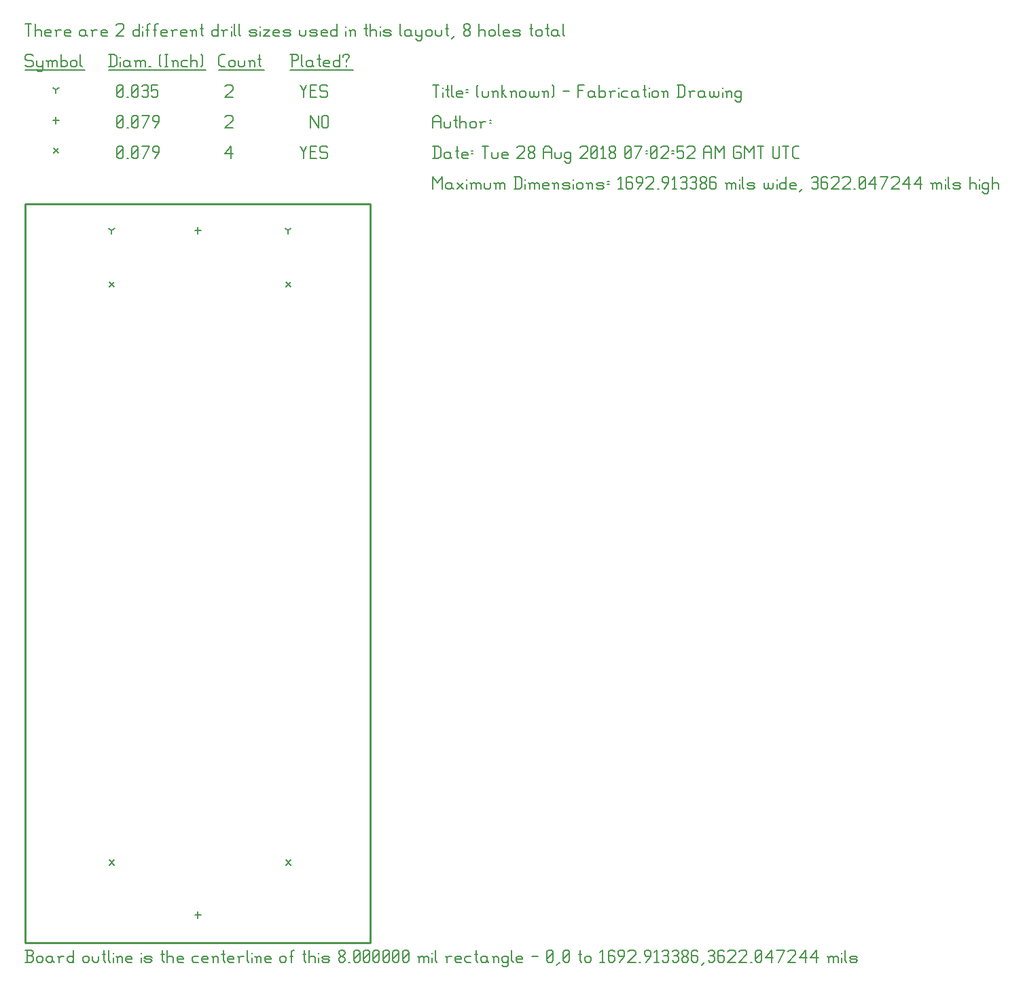
<source format=gbr>
G04 start of page 9 for group -3984 idx -3984 *
G04 Title: (unknown), fab *
G04 Creator: pcb 20140316 *
G04 CreationDate: Tue 28 Aug 2018 07:02:52 AM GMT UTC *
G04 For: cwispell *
G04 Format: Gerber/RS-274X *
G04 PCB-Dimensions (mil): 1692.91 3622.05 *
G04 PCB-Coordinate-Origin: lower left *
%MOIN*%
%FSLAX25Y25*%
%LNFAB*%
%ADD30C,0.0100*%
%ADD29C,0.0075*%
%ADD28C,0.0060*%
%ADD27C,0.0080*%
G54D27*X84646Y15380D02*Y12180D01*
X83046Y13780D02*X86246D01*
X84646Y351009D02*Y347809D01*
X83046Y349409D02*X86246D01*
X41123Y40570D02*X43523Y38170D01*
X41123D02*X43523Y40570D01*
X127737D02*X130137Y38170D01*
X127737D02*X130137Y40570D01*
X127737Y324035D02*X130137Y321635D01*
X127737D02*X130137Y324035D01*
X41123D02*X43523Y321635D01*
X41123D02*X43523Y324035D01*
X13800Y389655D02*X16200Y387255D01*
X13800D02*X16200Y389655D01*
G54D28*X135000Y390705D02*X136500Y387705D01*
X138000Y390705D01*
X136500Y387705D02*Y384705D01*
X139800Y388005D02*X142050D01*
X139800Y384705D02*X142800D01*
X139800Y390705D02*Y384705D01*
Y390705D02*X142800D01*
X147600D02*X148350Y389955D01*
X145350Y390705D02*X147600D01*
X144600Y389955D02*X145350Y390705D01*
X144600Y389955D02*Y388455D01*
X145350Y387705D01*
X147600D01*
X148350Y386955D01*
Y385455D01*
X147600Y384705D02*X148350Y385455D01*
X145350Y384705D02*X147600D01*
X144600Y385455D02*X145350Y384705D01*
X98000Y386955D02*X101000Y390705D01*
X98000Y386955D02*X101750D01*
X101000Y390705D02*Y384705D01*
X15000Y405055D02*Y401855D01*
X13400Y403455D02*X16600D01*
X140000Y405705D02*Y399705D01*
Y405705D02*X143750Y399705D01*
Y405705D02*Y399705D01*
X145550Y404955D02*Y400455D01*
Y404955D02*X146300Y405705D01*
X147800D01*
X148550Y404955D01*
Y400455D01*
X147800Y399705D02*X148550Y400455D01*
X146300Y399705D02*X147800D01*
X145550Y400455D02*X146300Y399705D01*
X98000Y404955D02*X98750Y405705D01*
X101000D01*
X101750Y404955D01*
Y403455D01*
X98000Y399705D02*X101750Y403455D01*
X98000Y399705D02*X101750D01*
X45000Y400455D02*X45750Y399705D01*
X45000Y404955D02*Y400455D01*
Y404955D02*X45750Y405705D01*
X47250D01*
X48000Y404955D01*
Y400455D01*
X47250Y399705D02*X48000Y400455D01*
X45750Y399705D02*X47250D01*
X45000Y401205D02*X48000Y404205D01*
X49800Y399705D02*X50550D01*
X52350Y400455D02*X53100Y399705D01*
X52350Y404955D02*Y400455D01*
Y404955D02*X53100Y405705D01*
X54600D01*
X55350Y404955D01*
Y400455D01*
X54600Y399705D02*X55350Y400455D01*
X53100Y399705D02*X54600D01*
X52350Y401205D02*X55350Y404205D01*
X57900Y399705D02*X60900Y405705D01*
X57150D02*X60900D01*
X63450Y399705D02*X65700Y402705D01*
Y404955D02*Y402705D01*
X64950Y405705D02*X65700Y404955D01*
X63450Y405705D02*X64950D01*
X62700Y404955D02*X63450Y405705D01*
X62700Y404955D02*Y403455D01*
X63450Y402705D01*
X65700D01*
X45000Y385455D02*X45750Y384705D01*
X45000Y389955D02*Y385455D01*
Y389955D02*X45750Y390705D01*
X47250D01*
X48000Y389955D01*
Y385455D01*
X47250Y384705D02*X48000Y385455D01*
X45750Y384705D02*X47250D01*
X45000Y386205D02*X48000Y389205D01*
X49800Y384705D02*X50550D01*
X52350Y385455D02*X53100Y384705D01*
X52350Y389955D02*Y385455D01*
Y389955D02*X53100Y390705D01*
X54600D01*
X55350Y389955D01*
Y385455D01*
X54600Y384705D02*X55350Y385455D01*
X53100Y384705D02*X54600D01*
X52350Y386205D02*X55350Y389205D01*
X57900Y384705D02*X60900Y390705D01*
X57150D02*X60900D01*
X63450Y384705D02*X65700Y387705D01*
Y389955D02*Y387705D01*
X64950Y390705D02*X65700Y389955D01*
X63450Y390705D02*X64950D01*
X62700Y389955D02*X63450Y390705D01*
X62700Y389955D02*Y388455D01*
X63450Y387705D01*
X65700D01*
X128937Y349409D02*Y347809D01*
Y349409D02*X130324Y350209D01*
X128937Y349409D02*X127550Y350209D01*
X42323Y349409D02*Y347809D01*
Y349409D02*X43710Y350209D01*
X42323Y349409D02*X40936Y350209D01*
X15000Y418455D02*Y416855D01*
Y418455D02*X16387Y419255D01*
X15000Y418455D02*X13613Y419255D01*
X135000Y420705D02*X136500Y417705D01*
X138000Y420705D01*
X136500Y417705D02*Y414705D01*
X139800Y418005D02*X142050D01*
X139800Y414705D02*X142800D01*
X139800Y420705D02*Y414705D01*
Y420705D02*X142800D01*
X147600D02*X148350Y419955D01*
X145350Y420705D02*X147600D01*
X144600Y419955D02*X145350Y420705D01*
X144600Y419955D02*Y418455D01*
X145350Y417705D01*
X147600D01*
X148350Y416955D01*
Y415455D01*
X147600Y414705D02*X148350Y415455D01*
X145350Y414705D02*X147600D01*
X144600Y415455D02*X145350Y414705D01*
X98000Y419955D02*X98750Y420705D01*
X101000D01*
X101750Y419955D01*
Y418455D01*
X98000Y414705D02*X101750Y418455D01*
X98000Y414705D02*X101750D01*
X45000Y415455D02*X45750Y414705D01*
X45000Y419955D02*Y415455D01*
Y419955D02*X45750Y420705D01*
X47250D01*
X48000Y419955D01*
Y415455D01*
X47250Y414705D02*X48000Y415455D01*
X45750Y414705D02*X47250D01*
X45000Y416205D02*X48000Y419205D01*
X49800Y414705D02*X50550D01*
X52350Y415455D02*X53100Y414705D01*
X52350Y419955D02*Y415455D01*
Y419955D02*X53100Y420705D01*
X54600D01*
X55350Y419955D01*
Y415455D01*
X54600Y414705D02*X55350Y415455D01*
X53100Y414705D02*X54600D01*
X52350Y416205D02*X55350Y419205D01*
X57150Y419955D02*X57900Y420705D01*
X59400D01*
X60150Y419955D01*
X59400Y414705D02*X60150Y415455D01*
X57900Y414705D02*X59400D01*
X57150Y415455D02*X57900Y414705D01*
Y418005D02*X59400D01*
X60150Y419955D02*Y418755D01*
Y417255D02*Y415455D01*
Y417255D02*X59400Y418005D01*
X60150Y418755D02*X59400Y418005D01*
X61950Y420705D02*X64950D01*
X61950D02*Y417705D01*
X62700Y418455D01*
X64200D01*
X64950Y417705D01*
Y415455D01*
X64200Y414705D02*X64950Y415455D01*
X62700Y414705D02*X64200D01*
X61950Y415455D02*X62700Y414705D01*
X3000Y435705D02*X3750Y434955D01*
X750Y435705D02*X3000D01*
X0Y434955D02*X750Y435705D01*
X0Y434955D02*Y433455D01*
X750Y432705D01*
X3000D01*
X3750Y431955D01*
Y430455D01*
X3000Y429705D02*X3750Y430455D01*
X750Y429705D02*X3000D01*
X0Y430455D02*X750Y429705D01*
X5550Y432705D02*Y430455D01*
X6300Y429705D01*
X8550Y432705D02*Y428205D01*
X7800Y427455D02*X8550Y428205D01*
X6300Y427455D02*X7800D01*
X5550Y428205D02*X6300Y427455D01*
Y429705D02*X7800D01*
X8550Y430455D01*
X11100Y431955D02*Y429705D01*
Y431955D02*X11850Y432705D01*
X12600D01*
X13350Y431955D01*
Y429705D01*
Y431955D02*X14100Y432705D01*
X14850D01*
X15600Y431955D01*
Y429705D01*
X10350Y432705D02*X11100Y431955D01*
X17400Y435705D02*Y429705D01*
Y430455D02*X18150Y429705D01*
X19650D01*
X20400Y430455D01*
Y431955D02*Y430455D01*
X19650Y432705D02*X20400Y431955D01*
X18150Y432705D02*X19650D01*
X17400Y431955D02*X18150Y432705D01*
X22200Y431955D02*Y430455D01*
Y431955D02*X22950Y432705D01*
X24450D01*
X25200Y431955D01*
Y430455D01*
X24450Y429705D02*X25200Y430455D01*
X22950Y429705D02*X24450D01*
X22200Y430455D02*X22950Y429705D01*
X27000Y435705D02*Y430455D01*
X27750Y429705D01*
X0Y427955D02*X29250D01*
X41750Y435705D02*Y429705D01*
X43700Y435705D02*X44750Y434655D01*
Y430755D01*
X43700Y429705D02*X44750Y430755D01*
X41000Y429705D02*X43700D01*
X41000Y435705D02*X43700D01*
G54D29*X46550Y434205D02*Y434055D01*
G54D28*Y431955D02*Y429705D01*
X50300Y432705D02*X51050Y431955D01*
X48800Y432705D02*X50300D01*
X48050Y431955D02*X48800Y432705D01*
X48050Y431955D02*Y430455D01*
X48800Y429705D01*
X51050Y432705D02*Y430455D01*
X51800Y429705D01*
X48800D02*X50300D01*
X51050Y430455D01*
X54350Y431955D02*Y429705D01*
Y431955D02*X55100Y432705D01*
X55850D01*
X56600Y431955D01*
Y429705D01*
Y431955D02*X57350Y432705D01*
X58100D01*
X58850Y431955D01*
Y429705D01*
X53600Y432705D02*X54350Y431955D01*
X60650Y429705D02*X61400D01*
X65900Y430455D02*X66650Y429705D01*
X65900Y434955D02*X66650Y435705D01*
X65900Y434955D02*Y430455D01*
X68450Y435705D02*X69950D01*
X69200D02*Y429705D01*
X68450D02*X69950D01*
X72500Y431955D02*Y429705D01*
Y431955D02*X73250Y432705D01*
X74000D01*
X74750Y431955D01*
Y429705D01*
X71750Y432705D02*X72500Y431955D01*
X77300Y432705D02*X79550D01*
X76550Y431955D02*X77300Y432705D01*
X76550Y431955D02*Y430455D01*
X77300Y429705D01*
X79550D01*
X81350Y435705D02*Y429705D01*
Y431955D02*X82100Y432705D01*
X83600D01*
X84350Y431955D01*
Y429705D01*
X86150Y435705D02*X86900Y434955D01*
Y430455D01*
X86150Y429705D02*X86900Y430455D01*
X41000Y427955D02*X88700D01*
X96050Y429705D02*X98000D01*
X95000Y430755D02*X96050Y429705D01*
X95000Y434655D02*Y430755D01*
Y434655D02*X96050Y435705D01*
X98000D01*
X99800Y431955D02*Y430455D01*
Y431955D02*X100550Y432705D01*
X102050D01*
X102800Y431955D01*
Y430455D01*
X102050Y429705D02*X102800Y430455D01*
X100550Y429705D02*X102050D01*
X99800Y430455D02*X100550Y429705D01*
X104600Y432705D02*Y430455D01*
X105350Y429705D01*
X106850D01*
X107600Y430455D01*
Y432705D02*Y430455D01*
X110150Y431955D02*Y429705D01*
Y431955D02*X110900Y432705D01*
X111650D01*
X112400Y431955D01*
Y429705D01*
X109400Y432705D02*X110150Y431955D01*
X114950Y435705D02*Y430455D01*
X115700Y429705D01*
X114200Y433455D02*X115700D01*
X95000Y427955D02*X117200D01*
X130750Y435705D02*Y429705D01*
X130000Y435705D02*X133000D01*
X133750Y434955D01*
Y433455D01*
X133000Y432705D02*X133750Y433455D01*
X130750Y432705D02*X133000D01*
X135550Y435705D02*Y430455D01*
X136300Y429705D01*
X140050Y432705D02*X140800Y431955D01*
X138550Y432705D02*X140050D01*
X137800Y431955D02*X138550Y432705D01*
X137800Y431955D02*Y430455D01*
X138550Y429705D01*
X140800Y432705D02*Y430455D01*
X141550Y429705D01*
X138550D02*X140050D01*
X140800Y430455D01*
X144100Y435705D02*Y430455D01*
X144850Y429705D01*
X143350Y433455D02*X144850D01*
X147100Y429705D02*X149350D01*
X146350Y430455D02*X147100Y429705D01*
X146350Y431955D02*Y430455D01*
Y431955D02*X147100Y432705D01*
X148600D01*
X149350Y431955D01*
X146350Y431205D02*X149350D01*
Y431955D02*Y431205D01*
X154150Y435705D02*Y429705D01*
X153400D02*X154150Y430455D01*
X151900Y429705D02*X153400D01*
X151150Y430455D02*X151900Y429705D01*
X151150Y431955D02*Y430455D01*
Y431955D02*X151900Y432705D01*
X153400D01*
X154150Y431955D01*
X157450Y432705D02*Y431955D01*
Y430455D02*Y429705D01*
X155950Y434955D02*Y434205D01*
Y434955D02*X156700Y435705D01*
X158200D01*
X158950Y434955D01*
Y434205D01*
X157450Y432705D02*X158950Y434205D01*
X130000Y427955D02*X160750D01*
X0Y450705D02*X3000D01*
X1500D02*Y444705D01*
X4800Y450705D02*Y444705D01*
Y446955D02*X5550Y447705D01*
X7050D01*
X7800Y446955D01*
Y444705D01*
X10350D02*X12600D01*
X9600Y445455D02*X10350Y444705D01*
X9600Y446955D02*Y445455D01*
Y446955D02*X10350Y447705D01*
X11850D01*
X12600Y446955D01*
X9600Y446205D02*X12600D01*
Y446955D02*Y446205D01*
X15150Y446955D02*Y444705D01*
Y446955D02*X15900Y447705D01*
X17400D01*
X14400D02*X15150Y446955D01*
X19950Y444705D02*X22200D01*
X19200Y445455D02*X19950Y444705D01*
X19200Y446955D02*Y445455D01*
Y446955D02*X19950Y447705D01*
X21450D01*
X22200Y446955D01*
X19200Y446205D02*X22200D01*
Y446955D02*Y446205D01*
X28950Y447705D02*X29700Y446955D01*
X27450Y447705D02*X28950D01*
X26700Y446955D02*X27450Y447705D01*
X26700Y446955D02*Y445455D01*
X27450Y444705D01*
X29700Y447705D02*Y445455D01*
X30450Y444705D01*
X27450D02*X28950D01*
X29700Y445455D01*
X33000Y446955D02*Y444705D01*
Y446955D02*X33750Y447705D01*
X35250D01*
X32250D02*X33000Y446955D01*
X37800Y444705D02*X40050D01*
X37050Y445455D02*X37800Y444705D01*
X37050Y446955D02*Y445455D01*
Y446955D02*X37800Y447705D01*
X39300D01*
X40050Y446955D01*
X37050Y446205D02*X40050D01*
Y446955D02*Y446205D01*
X44550Y449955D02*X45300Y450705D01*
X47550D01*
X48300Y449955D01*
Y448455D01*
X44550Y444705D02*X48300Y448455D01*
X44550Y444705D02*X48300D01*
X55800Y450705D02*Y444705D01*
X55050D02*X55800Y445455D01*
X53550Y444705D02*X55050D01*
X52800Y445455D02*X53550Y444705D01*
X52800Y446955D02*Y445455D01*
Y446955D02*X53550Y447705D01*
X55050D01*
X55800Y446955D01*
G54D29*X57600Y449205D02*Y449055D01*
G54D28*Y446955D02*Y444705D01*
X59850Y449955D02*Y444705D01*
Y449955D02*X60600Y450705D01*
X61350D01*
X59100Y447705D02*X60600D01*
X63600Y449955D02*Y444705D01*
Y449955D02*X64350Y450705D01*
X65100D01*
X62850Y447705D02*X64350D01*
X67350Y444705D02*X69600D01*
X66600Y445455D02*X67350Y444705D01*
X66600Y446955D02*Y445455D01*
Y446955D02*X67350Y447705D01*
X68850D01*
X69600Y446955D01*
X66600Y446205D02*X69600D01*
Y446955D02*Y446205D01*
X72150Y446955D02*Y444705D01*
Y446955D02*X72900Y447705D01*
X74400D01*
X71400D02*X72150Y446955D01*
X76950Y444705D02*X79200D01*
X76200Y445455D02*X76950Y444705D01*
X76200Y446955D02*Y445455D01*
Y446955D02*X76950Y447705D01*
X78450D01*
X79200Y446955D01*
X76200Y446205D02*X79200D01*
Y446955D02*Y446205D01*
X81750Y446955D02*Y444705D01*
Y446955D02*X82500Y447705D01*
X83250D01*
X84000Y446955D01*
Y444705D01*
X81000Y447705D02*X81750Y446955D01*
X86550Y450705D02*Y445455D01*
X87300Y444705D01*
X85800Y448455D02*X87300D01*
X94500Y450705D02*Y444705D01*
X93750D02*X94500Y445455D01*
X92250Y444705D02*X93750D01*
X91500Y445455D02*X92250Y444705D01*
X91500Y446955D02*Y445455D01*
Y446955D02*X92250Y447705D01*
X93750D01*
X94500Y446955D01*
X97050D02*Y444705D01*
Y446955D02*X97800Y447705D01*
X99300D01*
X96300D02*X97050Y446955D01*
G54D29*X101100Y449205D02*Y449055D01*
G54D28*Y446955D02*Y444705D01*
X102600Y450705D02*Y445455D01*
X103350Y444705D01*
X104850Y450705D02*Y445455D01*
X105600Y444705D01*
X110550D02*X112800D01*
X113550Y445455D01*
X112800Y446205D02*X113550Y445455D01*
X110550Y446205D02*X112800D01*
X109800Y446955D02*X110550Y446205D01*
X109800Y446955D02*X110550Y447705D01*
X112800D01*
X113550Y446955D01*
X109800Y445455D02*X110550Y444705D01*
G54D29*X115350Y449205D02*Y449055D01*
G54D28*Y446955D02*Y444705D01*
X116850Y447705D02*X119850D01*
X116850Y444705D02*X119850Y447705D01*
X116850Y444705D02*X119850D01*
X122400D02*X124650D01*
X121650Y445455D02*X122400Y444705D01*
X121650Y446955D02*Y445455D01*
Y446955D02*X122400Y447705D01*
X123900D01*
X124650Y446955D01*
X121650Y446205D02*X124650D01*
Y446955D02*Y446205D01*
X127200Y444705D02*X129450D01*
X130200Y445455D01*
X129450Y446205D02*X130200Y445455D01*
X127200Y446205D02*X129450D01*
X126450Y446955D02*X127200Y446205D01*
X126450Y446955D02*X127200Y447705D01*
X129450D01*
X130200Y446955D01*
X126450Y445455D02*X127200Y444705D01*
X134700Y447705D02*Y445455D01*
X135450Y444705D01*
X136950D01*
X137700Y445455D01*
Y447705D02*Y445455D01*
X140250Y444705D02*X142500D01*
X143250Y445455D01*
X142500Y446205D02*X143250Y445455D01*
X140250Y446205D02*X142500D01*
X139500Y446955D02*X140250Y446205D01*
X139500Y446955D02*X140250Y447705D01*
X142500D01*
X143250Y446955D01*
X139500Y445455D02*X140250Y444705D01*
X145800D02*X148050D01*
X145050Y445455D02*X145800Y444705D01*
X145050Y446955D02*Y445455D01*
Y446955D02*X145800Y447705D01*
X147300D01*
X148050Y446955D01*
X145050Y446205D02*X148050D01*
Y446955D02*Y446205D01*
X152850Y450705D02*Y444705D01*
X152100D02*X152850Y445455D01*
X150600Y444705D02*X152100D01*
X149850Y445455D02*X150600Y444705D01*
X149850Y446955D02*Y445455D01*
Y446955D02*X150600Y447705D01*
X152100D01*
X152850Y446955D01*
G54D29*X157350Y449205D02*Y449055D01*
G54D28*Y446955D02*Y444705D01*
X159600Y446955D02*Y444705D01*
Y446955D02*X160350Y447705D01*
X161100D01*
X161850Y446955D01*
Y444705D01*
X158850Y447705D02*X159600Y446955D01*
X167100Y450705D02*Y445455D01*
X167850Y444705D01*
X166350Y448455D02*X167850D01*
X169350Y450705D02*Y444705D01*
Y446955D02*X170100Y447705D01*
X171600D01*
X172350Y446955D01*
Y444705D01*
G54D29*X174150Y449205D02*Y449055D01*
G54D28*Y446955D02*Y444705D01*
X176400D02*X178650D01*
X179400Y445455D01*
X178650Y446205D02*X179400Y445455D01*
X176400Y446205D02*X178650D01*
X175650Y446955D02*X176400Y446205D01*
X175650Y446955D02*X176400Y447705D01*
X178650D01*
X179400Y446955D01*
X175650Y445455D02*X176400Y444705D01*
X183900Y450705D02*Y445455D01*
X184650Y444705D01*
X188400Y447705D02*X189150Y446955D01*
X186900Y447705D02*X188400D01*
X186150Y446955D02*X186900Y447705D01*
X186150Y446955D02*Y445455D01*
X186900Y444705D01*
X189150Y447705D02*Y445455D01*
X189900Y444705D01*
X186900D02*X188400D01*
X189150Y445455D01*
X191700Y447705D02*Y445455D01*
X192450Y444705D01*
X194700Y447705D02*Y443205D01*
X193950Y442455D02*X194700Y443205D01*
X192450Y442455D02*X193950D01*
X191700Y443205D02*X192450Y442455D01*
Y444705D02*X193950D01*
X194700Y445455D01*
X196500Y446955D02*Y445455D01*
Y446955D02*X197250Y447705D01*
X198750D01*
X199500Y446955D01*
Y445455D01*
X198750Y444705D02*X199500Y445455D01*
X197250Y444705D02*X198750D01*
X196500Y445455D02*X197250Y444705D01*
X201300Y447705D02*Y445455D01*
X202050Y444705D01*
X203550D01*
X204300Y445455D01*
Y447705D02*Y445455D01*
X206850Y450705D02*Y445455D01*
X207600Y444705D01*
X206100Y448455D02*X207600D01*
X209100Y443205D02*X210600Y444705D01*
X215100Y445455D02*X215850Y444705D01*
X215100Y446655D02*Y445455D01*
Y446655D02*X216150Y447705D01*
X217050D01*
X218100Y446655D01*
Y445455D01*
X217350Y444705D02*X218100Y445455D01*
X215850Y444705D02*X217350D01*
X215100Y448755D02*X216150Y447705D01*
X215100Y449955D02*Y448755D01*
Y449955D02*X215850Y450705D01*
X217350D01*
X218100Y449955D01*
Y448755D01*
X217050Y447705D02*X218100Y448755D01*
X222600Y450705D02*Y444705D01*
Y446955D02*X223350Y447705D01*
X224850D01*
X225600Y446955D01*
Y444705D01*
X227400Y446955D02*Y445455D01*
Y446955D02*X228150Y447705D01*
X229650D01*
X230400Y446955D01*
Y445455D01*
X229650Y444705D02*X230400Y445455D01*
X228150Y444705D02*X229650D01*
X227400Y445455D02*X228150Y444705D01*
X232200Y450705D02*Y445455D01*
X232950Y444705D01*
X235200D02*X237450D01*
X234450Y445455D02*X235200Y444705D01*
X234450Y446955D02*Y445455D01*
Y446955D02*X235200Y447705D01*
X236700D01*
X237450Y446955D01*
X234450Y446205D02*X237450D01*
Y446955D02*Y446205D01*
X240000Y444705D02*X242250D01*
X243000Y445455D01*
X242250Y446205D02*X243000Y445455D01*
X240000Y446205D02*X242250D01*
X239250Y446955D02*X240000Y446205D01*
X239250Y446955D02*X240000Y447705D01*
X242250D01*
X243000Y446955D01*
X239250Y445455D02*X240000Y444705D01*
X248250Y450705D02*Y445455D01*
X249000Y444705D01*
X247500Y448455D02*X249000D01*
X250500Y446955D02*Y445455D01*
Y446955D02*X251250Y447705D01*
X252750D01*
X253500Y446955D01*
Y445455D01*
X252750Y444705D02*X253500Y445455D01*
X251250Y444705D02*X252750D01*
X250500Y445455D02*X251250Y444705D01*
X256050Y450705D02*Y445455D01*
X256800Y444705D01*
X255300Y448455D02*X256800D01*
X260550Y447705D02*X261300Y446955D01*
X259050Y447705D02*X260550D01*
X258300Y446955D02*X259050Y447705D01*
X258300Y446955D02*Y445455D01*
X259050Y444705D01*
X261300Y447705D02*Y445455D01*
X262050Y444705D01*
X259050D02*X260550D01*
X261300Y445455D01*
X263850Y450705D02*Y445455D01*
X264600Y444705D01*
G54D30*X0Y362205D02*X169291D01*
X0D02*Y0D01*
X169291Y362205D02*Y0D01*
X0D02*X169291D01*
G54D28*X200000Y375705D02*Y369705D01*
Y375705D02*X202250Y372705D01*
X204500Y375705D01*
Y369705D01*
X208550Y372705D02*X209300Y371955D01*
X207050Y372705D02*X208550D01*
X206300Y371955D02*X207050Y372705D01*
X206300Y371955D02*Y370455D01*
X207050Y369705D01*
X209300Y372705D02*Y370455D01*
X210050Y369705D01*
X207050D02*X208550D01*
X209300Y370455D01*
X211850Y372705D02*X214850Y369705D01*
X211850D02*X214850Y372705D01*
G54D29*X216650Y374205D02*Y374055D01*
G54D28*Y371955D02*Y369705D01*
X218900Y371955D02*Y369705D01*
Y371955D02*X219650Y372705D01*
X220400D01*
X221150Y371955D01*
Y369705D01*
Y371955D02*X221900Y372705D01*
X222650D01*
X223400Y371955D01*
Y369705D01*
X218150Y372705D02*X218900Y371955D01*
X225200Y372705D02*Y370455D01*
X225950Y369705D01*
X227450D01*
X228200Y370455D01*
Y372705D02*Y370455D01*
X230750Y371955D02*Y369705D01*
Y371955D02*X231500Y372705D01*
X232250D01*
X233000Y371955D01*
Y369705D01*
Y371955D02*X233750Y372705D01*
X234500D01*
X235250Y371955D01*
Y369705D01*
X230000Y372705D02*X230750Y371955D01*
X240500Y375705D02*Y369705D01*
X242450Y375705D02*X243500Y374655D01*
Y370755D01*
X242450Y369705D02*X243500Y370755D01*
X239750Y369705D02*X242450D01*
X239750Y375705D02*X242450D01*
G54D29*X245300Y374205D02*Y374055D01*
G54D28*Y371955D02*Y369705D01*
X247550Y371955D02*Y369705D01*
Y371955D02*X248300Y372705D01*
X249050D01*
X249800Y371955D01*
Y369705D01*
Y371955D02*X250550Y372705D01*
X251300D01*
X252050Y371955D01*
Y369705D01*
X246800Y372705D02*X247550Y371955D01*
X254600Y369705D02*X256850D01*
X253850Y370455D02*X254600Y369705D01*
X253850Y371955D02*Y370455D01*
Y371955D02*X254600Y372705D01*
X256100D01*
X256850Y371955D01*
X253850Y371205D02*X256850D01*
Y371955D02*Y371205D01*
X259400Y371955D02*Y369705D01*
Y371955D02*X260150Y372705D01*
X260900D01*
X261650Y371955D01*
Y369705D01*
X258650Y372705D02*X259400Y371955D01*
X264200Y369705D02*X266450D01*
X267200Y370455D01*
X266450Y371205D02*X267200Y370455D01*
X264200Y371205D02*X266450D01*
X263450Y371955D02*X264200Y371205D01*
X263450Y371955D02*X264200Y372705D01*
X266450D01*
X267200Y371955D01*
X263450Y370455D02*X264200Y369705D01*
G54D29*X269000Y374205D02*Y374055D01*
G54D28*Y371955D02*Y369705D01*
X270500Y371955D02*Y370455D01*
Y371955D02*X271250Y372705D01*
X272750D01*
X273500Y371955D01*
Y370455D01*
X272750Y369705D02*X273500Y370455D01*
X271250Y369705D02*X272750D01*
X270500Y370455D02*X271250Y369705D01*
X276050Y371955D02*Y369705D01*
Y371955D02*X276800Y372705D01*
X277550D01*
X278300Y371955D01*
Y369705D01*
X275300Y372705D02*X276050Y371955D01*
X280850Y369705D02*X283100D01*
X283850Y370455D01*
X283100Y371205D02*X283850Y370455D01*
X280850Y371205D02*X283100D01*
X280100Y371955D02*X280850Y371205D01*
X280100Y371955D02*X280850Y372705D01*
X283100D01*
X283850Y371955D01*
X280100Y370455D02*X280850Y369705D01*
X285650Y373455D02*X286400D01*
X285650Y371955D02*X286400D01*
X290900Y374505D02*X292100Y375705D01*
Y369705D01*
X290900D02*X293150D01*
X297200Y375705D02*X297950Y374955D01*
X295700Y375705D02*X297200D01*
X294950Y374955D02*X295700Y375705D01*
X294950Y374955D02*Y370455D01*
X295700Y369705D01*
X297200Y373005D02*X297950Y372255D01*
X294950Y373005D02*X297200D01*
X295700Y369705D02*X297200D01*
X297950Y370455D01*
Y372255D02*Y370455D01*
X300500Y369705D02*X302750Y372705D01*
Y374955D02*Y372705D01*
X302000Y375705D02*X302750Y374955D01*
X300500Y375705D02*X302000D01*
X299750Y374955D02*X300500Y375705D01*
X299750Y374955D02*Y373455D01*
X300500Y372705D01*
X302750D01*
X304550Y374955D02*X305300Y375705D01*
X307550D01*
X308300Y374955D01*
Y373455D01*
X304550Y369705D02*X308300Y373455D01*
X304550Y369705D02*X308300D01*
X310100D02*X310850D01*
X313400D02*X315650Y372705D01*
Y374955D02*Y372705D01*
X314900Y375705D02*X315650Y374955D01*
X313400Y375705D02*X314900D01*
X312650Y374955D02*X313400Y375705D01*
X312650Y374955D02*Y373455D01*
X313400Y372705D01*
X315650D01*
X317450Y374505D02*X318650Y375705D01*
Y369705D01*
X317450D02*X319700D01*
X321500Y374955D02*X322250Y375705D01*
X323750D01*
X324500Y374955D01*
X323750Y369705D02*X324500Y370455D01*
X322250Y369705D02*X323750D01*
X321500Y370455D02*X322250Y369705D01*
Y373005D02*X323750D01*
X324500Y374955D02*Y373755D01*
Y372255D02*Y370455D01*
Y372255D02*X323750Y373005D01*
X324500Y373755D02*X323750Y373005D01*
X326300Y374955D02*X327050Y375705D01*
X328550D01*
X329300Y374955D01*
X328550Y369705D02*X329300Y370455D01*
X327050Y369705D02*X328550D01*
X326300Y370455D02*X327050Y369705D01*
Y373005D02*X328550D01*
X329300Y374955D02*Y373755D01*
Y372255D02*Y370455D01*
Y372255D02*X328550Y373005D01*
X329300Y373755D02*X328550Y373005D01*
X331100Y370455D02*X331850Y369705D01*
X331100Y371655D02*Y370455D01*
Y371655D02*X332150Y372705D01*
X333050D01*
X334100Y371655D01*
Y370455D01*
X333350Y369705D02*X334100Y370455D01*
X331850Y369705D02*X333350D01*
X331100Y373755D02*X332150Y372705D01*
X331100Y374955D02*Y373755D01*
Y374955D02*X331850Y375705D01*
X333350D01*
X334100Y374955D01*
Y373755D01*
X333050Y372705D02*X334100Y373755D01*
X338150Y375705D02*X338900Y374955D01*
X336650Y375705D02*X338150D01*
X335900Y374955D02*X336650Y375705D01*
X335900Y374955D02*Y370455D01*
X336650Y369705D01*
X338150Y373005D02*X338900Y372255D01*
X335900Y373005D02*X338150D01*
X336650Y369705D02*X338150D01*
X338900Y370455D01*
Y372255D02*Y370455D01*
X344150Y371955D02*Y369705D01*
Y371955D02*X344900Y372705D01*
X345650D01*
X346400Y371955D01*
Y369705D01*
Y371955D02*X347150Y372705D01*
X347900D01*
X348650Y371955D01*
Y369705D01*
X343400Y372705D02*X344150Y371955D01*
G54D29*X350450Y374205D02*Y374055D01*
G54D28*Y371955D02*Y369705D01*
X351950Y375705D02*Y370455D01*
X352700Y369705D01*
X354950D02*X357200D01*
X357950Y370455D01*
X357200Y371205D02*X357950Y370455D01*
X354950Y371205D02*X357200D01*
X354200Y371955D02*X354950Y371205D01*
X354200Y371955D02*X354950Y372705D01*
X357200D01*
X357950Y371955D01*
X354200Y370455D02*X354950Y369705D01*
X362450Y372705D02*Y370455D01*
X363200Y369705D01*
X363950D01*
X364700Y370455D01*
Y372705D02*Y370455D01*
X365450Y369705D01*
X366200D01*
X366950Y370455D01*
Y372705D02*Y370455D01*
G54D29*X368750Y374205D02*Y374055D01*
G54D28*Y371955D02*Y369705D01*
X373250Y375705D02*Y369705D01*
X372500D02*X373250Y370455D01*
X371000Y369705D02*X372500D01*
X370250Y370455D02*X371000Y369705D01*
X370250Y371955D02*Y370455D01*
Y371955D02*X371000Y372705D01*
X372500D01*
X373250Y371955D01*
X375800Y369705D02*X378050D01*
X375050Y370455D02*X375800Y369705D01*
X375050Y371955D02*Y370455D01*
Y371955D02*X375800Y372705D01*
X377300D01*
X378050Y371955D01*
X375050Y371205D02*X378050D01*
Y371955D02*Y371205D01*
X379850Y368205D02*X381350Y369705D01*
X385850Y374955D02*X386600Y375705D01*
X388100D01*
X388850Y374955D01*
X388100Y369705D02*X388850Y370455D01*
X386600Y369705D02*X388100D01*
X385850Y370455D02*X386600Y369705D01*
Y373005D02*X388100D01*
X388850Y374955D02*Y373755D01*
Y372255D02*Y370455D01*
Y372255D02*X388100Y373005D01*
X388850Y373755D02*X388100Y373005D01*
X392900Y375705D02*X393650Y374955D01*
X391400Y375705D02*X392900D01*
X390650Y374955D02*X391400Y375705D01*
X390650Y374955D02*Y370455D01*
X391400Y369705D01*
X392900Y373005D02*X393650Y372255D01*
X390650Y373005D02*X392900D01*
X391400Y369705D02*X392900D01*
X393650Y370455D01*
Y372255D02*Y370455D01*
X395450Y374955D02*X396200Y375705D01*
X398450D01*
X399200Y374955D01*
Y373455D01*
X395450Y369705D02*X399200Y373455D01*
X395450Y369705D02*X399200D01*
X401000Y374955D02*X401750Y375705D01*
X404000D01*
X404750Y374955D01*
Y373455D01*
X401000Y369705D02*X404750Y373455D01*
X401000Y369705D02*X404750D01*
X406550D02*X407300D01*
X409100Y370455D02*X409850Y369705D01*
X409100Y374955D02*Y370455D01*
Y374955D02*X409850Y375705D01*
X411350D01*
X412100Y374955D01*
Y370455D01*
X411350Y369705D02*X412100Y370455D01*
X409850Y369705D02*X411350D01*
X409100Y371205D02*X412100Y374205D01*
X413900Y371955D02*X416900Y375705D01*
X413900Y371955D02*X417650D01*
X416900Y375705D02*Y369705D01*
X420200D02*X423200Y375705D01*
X419450D02*X423200D01*
X425000Y374955D02*X425750Y375705D01*
X428000D01*
X428750Y374955D01*
Y373455D01*
X425000Y369705D02*X428750Y373455D01*
X425000Y369705D02*X428750D01*
X430550Y371955D02*X433550Y375705D01*
X430550Y371955D02*X434300D01*
X433550Y375705D02*Y369705D01*
X436100Y371955D02*X439100Y375705D01*
X436100Y371955D02*X439850D01*
X439100Y375705D02*Y369705D01*
X445100Y371955D02*Y369705D01*
Y371955D02*X445850Y372705D01*
X446600D01*
X447350Y371955D01*
Y369705D01*
Y371955D02*X448100Y372705D01*
X448850D01*
X449600Y371955D01*
Y369705D01*
X444350Y372705D02*X445100Y371955D01*
G54D29*X451400Y374205D02*Y374055D01*
G54D28*Y371955D02*Y369705D01*
X452900Y375705D02*Y370455D01*
X453650Y369705D01*
X455900D02*X458150D01*
X458900Y370455D01*
X458150Y371205D02*X458900Y370455D01*
X455900Y371205D02*X458150D01*
X455150Y371955D02*X455900Y371205D01*
X455150Y371955D02*X455900Y372705D01*
X458150D01*
X458900Y371955D01*
X455150Y370455D02*X455900Y369705D01*
X463400Y375705D02*Y369705D01*
Y371955D02*X464150Y372705D01*
X465650D01*
X466400Y371955D01*
Y369705D01*
G54D29*X468200Y374205D02*Y374055D01*
G54D28*Y371955D02*Y369705D01*
X471950Y372705D02*X472700Y371955D01*
X470450Y372705D02*X471950D01*
X469700Y371955D02*X470450Y372705D01*
X469700Y371955D02*Y370455D01*
X470450Y369705D01*
X471950D01*
X472700Y370455D01*
X469700Y368205D02*X470450Y367455D01*
X471950D01*
X472700Y368205D01*
Y372705D02*Y368205D01*
X474500Y375705D02*Y369705D01*
Y371955D02*X475250Y372705D01*
X476750D01*
X477500Y371955D01*
Y369705D01*
X0Y-9500D02*X3000D01*
X3750Y-8750D01*
Y-6950D02*Y-8750D01*
X3000Y-6200D02*X3750Y-6950D01*
X750Y-6200D02*X3000D01*
X750Y-3500D02*Y-9500D01*
X0Y-3500D02*X3000D01*
X3750Y-4250D01*
Y-5450D01*
X3000Y-6200D02*X3750Y-5450D01*
X5550Y-7250D02*Y-8750D01*
Y-7250D02*X6300Y-6500D01*
X7800D01*
X8550Y-7250D01*
Y-8750D01*
X7800Y-9500D02*X8550Y-8750D01*
X6300Y-9500D02*X7800D01*
X5550Y-8750D02*X6300Y-9500D01*
X12600Y-6500D02*X13350Y-7250D01*
X11100Y-6500D02*X12600D01*
X10350Y-7250D02*X11100Y-6500D01*
X10350Y-7250D02*Y-8750D01*
X11100Y-9500D01*
X13350Y-6500D02*Y-8750D01*
X14100Y-9500D01*
X11100D02*X12600D01*
X13350Y-8750D01*
X16650Y-7250D02*Y-9500D01*
Y-7250D02*X17400Y-6500D01*
X18900D01*
X15900D02*X16650Y-7250D01*
X23700Y-3500D02*Y-9500D01*
X22950D02*X23700Y-8750D01*
X21450Y-9500D02*X22950D01*
X20700Y-8750D02*X21450Y-9500D01*
X20700Y-7250D02*Y-8750D01*
Y-7250D02*X21450Y-6500D01*
X22950D01*
X23700Y-7250D01*
X28200D02*Y-8750D01*
Y-7250D02*X28950Y-6500D01*
X30450D01*
X31200Y-7250D01*
Y-8750D01*
X30450Y-9500D02*X31200Y-8750D01*
X28950Y-9500D02*X30450D01*
X28200Y-8750D02*X28950Y-9500D01*
X33000Y-6500D02*Y-8750D01*
X33750Y-9500D01*
X35250D01*
X36000Y-8750D01*
Y-6500D02*Y-8750D01*
X38550Y-3500D02*Y-8750D01*
X39300Y-9500D01*
X37800Y-5750D02*X39300D01*
X40800Y-3500D02*Y-8750D01*
X41550Y-9500D01*
G54D29*X43050Y-5000D02*Y-5150D01*
G54D28*Y-7250D02*Y-9500D01*
X45300Y-7250D02*Y-9500D01*
Y-7250D02*X46050Y-6500D01*
X46800D01*
X47550Y-7250D01*
Y-9500D01*
X44550Y-6500D02*X45300Y-7250D01*
X50100Y-9500D02*X52350D01*
X49350Y-8750D02*X50100Y-9500D01*
X49350Y-7250D02*Y-8750D01*
Y-7250D02*X50100Y-6500D01*
X51600D01*
X52350Y-7250D01*
X49350Y-8000D02*X52350D01*
Y-7250D02*Y-8000D01*
G54D29*X56850Y-5000D02*Y-5150D01*
G54D28*Y-7250D02*Y-9500D01*
X59100D02*X61350D01*
X62100Y-8750D01*
X61350Y-8000D02*X62100Y-8750D01*
X59100Y-8000D02*X61350D01*
X58350Y-7250D02*X59100Y-8000D01*
X58350Y-7250D02*X59100Y-6500D01*
X61350D01*
X62100Y-7250D01*
X58350Y-8750D02*X59100Y-9500D01*
X67350Y-3500D02*Y-8750D01*
X68100Y-9500D01*
X66600Y-5750D02*X68100D01*
X69600Y-3500D02*Y-9500D01*
Y-7250D02*X70350Y-6500D01*
X71850D01*
X72600Y-7250D01*
Y-9500D01*
X75150D02*X77400D01*
X74400Y-8750D02*X75150Y-9500D01*
X74400Y-7250D02*Y-8750D01*
Y-7250D02*X75150Y-6500D01*
X76650D01*
X77400Y-7250D01*
X74400Y-8000D02*X77400D01*
Y-7250D02*Y-8000D01*
X82650Y-6500D02*X84900D01*
X81900Y-7250D02*X82650Y-6500D01*
X81900Y-7250D02*Y-8750D01*
X82650Y-9500D01*
X84900D01*
X87450D02*X89700D01*
X86700Y-8750D02*X87450Y-9500D01*
X86700Y-7250D02*Y-8750D01*
Y-7250D02*X87450Y-6500D01*
X88950D01*
X89700Y-7250D01*
X86700Y-8000D02*X89700D01*
Y-7250D02*Y-8000D01*
X92250Y-7250D02*Y-9500D01*
Y-7250D02*X93000Y-6500D01*
X93750D01*
X94500Y-7250D01*
Y-9500D01*
X91500Y-6500D02*X92250Y-7250D01*
X97050Y-3500D02*Y-8750D01*
X97800Y-9500D01*
X96300Y-5750D02*X97800D01*
X100050Y-9500D02*X102300D01*
X99300Y-8750D02*X100050Y-9500D01*
X99300Y-7250D02*Y-8750D01*
Y-7250D02*X100050Y-6500D01*
X101550D01*
X102300Y-7250D01*
X99300Y-8000D02*X102300D01*
Y-7250D02*Y-8000D01*
X104850Y-7250D02*Y-9500D01*
Y-7250D02*X105600Y-6500D01*
X107100D01*
X104100D02*X104850Y-7250D01*
X108900Y-3500D02*Y-8750D01*
X109650Y-9500D01*
G54D29*X111150Y-5000D02*Y-5150D01*
G54D28*Y-7250D02*Y-9500D01*
X113400Y-7250D02*Y-9500D01*
Y-7250D02*X114150Y-6500D01*
X114900D01*
X115650Y-7250D01*
Y-9500D01*
X112650Y-6500D02*X113400Y-7250D01*
X118200Y-9500D02*X120450D01*
X117450Y-8750D02*X118200Y-9500D01*
X117450Y-7250D02*Y-8750D01*
Y-7250D02*X118200Y-6500D01*
X119700D01*
X120450Y-7250D01*
X117450Y-8000D02*X120450D01*
Y-7250D02*Y-8000D01*
X124950Y-7250D02*Y-8750D01*
Y-7250D02*X125700Y-6500D01*
X127200D01*
X127950Y-7250D01*
Y-8750D01*
X127200Y-9500D02*X127950Y-8750D01*
X125700Y-9500D02*X127200D01*
X124950Y-8750D02*X125700Y-9500D01*
X130500Y-4250D02*Y-9500D01*
Y-4250D02*X131250Y-3500D01*
X132000D01*
X129750Y-6500D02*X131250D01*
X136950Y-3500D02*Y-8750D01*
X137700Y-9500D01*
X136200Y-5750D02*X137700D01*
X139200Y-3500D02*Y-9500D01*
Y-7250D02*X139950Y-6500D01*
X141450D01*
X142200Y-7250D01*
Y-9500D01*
G54D29*X144000Y-5000D02*Y-5150D01*
G54D28*Y-7250D02*Y-9500D01*
X146250D02*X148500D01*
X149250Y-8750D01*
X148500Y-8000D02*X149250Y-8750D01*
X146250Y-8000D02*X148500D01*
X145500Y-7250D02*X146250Y-8000D01*
X145500Y-7250D02*X146250Y-6500D01*
X148500D01*
X149250Y-7250D01*
X145500Y-8750D02*X146250Y-9500D01*
X153750Y-8750D02*X154500Y-9500D01*
X153750Y-7550D02*Y-8750D01*
Y-7550D02*X154800Y-6500D01*
X155700D01*
X156750Y-7550D01*
Y-8750D01*
X156000Y-9500D02*X156750Y-8750D01*
X154500Y-9500D02*X156000D01*
X153750Y-5450D02*X154800Y-6500D01*
X153750Y-4250D02*Y-5450D01*
Y-4250D02*X154500Y-3500D01*
X156000D01*
X156750Y-4250D01*
Y-5450D01*
X155700Y-6500D02*X156750Y-5450D01*
X158550Y-9500D02*X159300D01*
X161100Y-8750D02*X161850Y-9500D01*
X161100Y-4250D02*Y-8750D01*
Y-4250D02*X161850Y-3500D01*
X163350D01*
X164100Y-4250D01*
Y-8750D01*
X163350Y-9500D02*X164100Y-8750D01*
X161850Y-9500D02*X163350D01*
X161100Y-8000D02*X164100Y-5000D01*
X165900Y-8750D02*X166650Y-9500D01*
X165900Y-4250D02*Y-8750D01*
Y-4250D02*X166650Y-3500D01*
X168150D01*
X168900Y-4250D01*
Y-8750D01*
X168150Y-9500D02*X168900Y-8750D01*
X166650Y-9500D02*X168150D01*
X165900Y-8000D02*X168900Y-5000D01*
X170700Y-8750D02*X171450Y-9500D01*
X170700Y-4250D02*Y-8750D01*
Y-4250D02*X171450Y-3500D01*
X172950D01*
X173700Y-4250D01*
Y-8750D01*
X172950Y-9500D02*X173700Y-8750D01*
X171450Y-9500D02*X172950D01*
X170700Y-8000D02*X173700Y-5000D01*
X175500Y-8750D02*X176250Y-9500D01*
X175500Y-4250D02*Y-8750D01*
Y-4250D02*X176250Y-3500D01*
X177750D01*
X178500Y-4250D01*
Y-8750D01*
X177750Y-9500D02*X178500Y-8750D01*
X176250Y-9500D02*X177750D01*
X175500Y-8000D02*X178500Y-5000D01*
X180300Y-8750D02*X181050Y-9500D01*
X180300Y-4250D02*Y-8750D01*
Y-4250D02*X181050Y-3500D01*
X182550D01*
X183300Y-4250D01*
Y-8750D01*
X182550Y-9500D02*X183300Y-8750D01*
X181050Y-9500D02*X182550D01*
X180300Y-8000D02*X183300Y-5000D01*
X185100Y-8750D02*X185850Y-9500D01*
X185100Y-4250D02*Y-8750D01*
Y-4250D02*X185850Y-3500D01*
X187350D01*
X188100Y-4250D01*
Y-8750D01*
X187350Y-9500D02*X188100Y-8750D01*
X185850Y-9500D02*X187350D01*
X185100Y-8000D02*X188100Y-5000D01*
X193350Y-7250D02*Y-9500D01*
Y-7250D02*X194100Y-6500D01*
X194850D01*
X195600Y-7250D01*
Y-9500D01*
Y-7250D02*X196350Y-6500D01*
X197100D01*
X197850Y-7250D01*
Y-9500D01*
X192600Y-6500D02*X193350Y-7250D01*
G54D29*X199650Y-5000D02*Y-5150D01*
G54D28*Y-7250D02*Y-9500D01*
X201150Y-3500D02*Y-8750D01*
X201900Y-9500D01*
X206850Y-7250D02*Y-9500D01*
Y-7250D02*X207600Y-6500D01*
X209100D01*
X206100D02*X206850Y-7250D01*
X211650Y-9500D02*X213900D01*
X210900Y-8750D02*X211650Y-9500D01*
X210900Y-7250D02*Y-8750D01*
Y-7250D02*X211650Y-6500D01*
X213150D01*
X213900Y-7250D01*
X210900Y-8000D02*X213900D01*
Y-7250D02*Y-8000D01*
X216450Y-6500D02*X218700D01*
X215700Y-7250D02*X216450Y-6500D01*
X215700Y-7250D02*Y-8750D01*
X216450Y-9500D01*
X218700D01*
X221250Y-3500D02*Y-8750D01*
X222000Y-9500D01*
X220500Y-5750D02*X222000D01*
X225750Y-6500D02*X226500Y-7250D01*
X224250Y-6500D02*X225750D01*
X223500Y-7250D02*X224250Y-6500D01*
X223500Y-7250D02*Y-8750D01*
X224250Y-9500D01*
X226500Y-6500D02*Y-8750D01*
X227250Y-9500D01*
X224250D02*X225750D01*
X226500Y-8750D01*
X229800Y-7250D02*Y-9500D01*
Y-7250D02*X230550Y-6500D01*
X231300D01*
X232050Y-7250D01*
Y-9500D01*
X229050Y-6500D02*X229800Y-7250D01*
X236100Y-6500D02*X236850Y-7250D01*
X234600Y-6500D02*X236100D01*
X233850Y-7250D02*X234600Y-6500D01*
X233850Y-7250D02*Y-8750D01*
X234600Y-9500D01*
X236100D01*
X236850Y-8750D01*
X233850Y-11000D02*X234600Y-11750D01*
X236100D01*
X236850Y-11000D01*
Y-6500D02*Y-11000D01*
X238650Y-3500D02*Y-8750D01*
X239400Y-9500D01*
X241650D02*X243900D01*
X240900Y-8750D02*X241650Y-9500D01*
X240900Y-7250D02*Y-8750D01*
Y-7250D02*X241650Y-6500D01*
X243150D01*
X243900Y-7250D01*
X240900Y-8000D02*X243900D01*
Y-7250D02*Y-8000D01*
X248400Y-6500D02*X251400D01*
X255900Y-8750D02*X256650Y-9500D01*
X255900Y-4250D02*Y-8750D01*
Y-4250D02*X256650Y-3500D01*
X258150D01*
X258900Y-4250D01*
Y-8750D01*
X258150Y-9500D02*X258900Y-8750D01*
X256650Y-9500D02*X258150D01*
X255900Y-8000D02*X258900Y-5000D01*
X260700Y-11000D02*X262200Y-9500D01*
X264000Y-8750D02*X264750Y-9500D01*
X264000Y-4250D02*Y-8750D01*
Y-4250D02*X264750Y-3500D01*
X266250D01*
X267000Y-4250D01*
Y-8750D01*
X266250Y-9500D02*X267000Y-8750D01*
X264750Y-9500D02*X266250D01*
X264000Y-8000D02*X267000Y-5000D01*
X272250Y-3500D02*Y-8750D01*
X273000Y-9500D01*
X271500Y-5750D02*X273000D01*
X274500Y-7250D02*Y-8750D01*
Y-7250D02*X275250Y-6500D01*
X276750D01*
X277500Y-7250D01*
Y-8750D01*
X276750Y-9500D02*X277500Y-8750D01*
X275250Y-9500D02*X276750D01*
X274500Y-8750D02*X275250Y-9500D01*
X282000Y-4700D02*X283200Y-3500D01*
Y-9500D01*
X282000D02*X284250D01*
X288300Y-3500D02*X289050Y-4250D01*
X286800Y-3500D02*X288300D01*
X286050Y-4250D02*X286800Y-3500D01*
X286050Y-4250D02*Y-8750D01*
X286800Y-9500D01*
X288300Y-6200D02*X289050Y-6950D01*
X286050Y-6200D02*X288300D01*
X286800Y-9500D02*X288300D01*
X289050Y-8750D01*
Y-6950D02*Y-8750D01*
X291600Y-9500D02*X293850Y-6500D01*
Y-4250D02*Y-6500D01*
X293100Y-3500D02*X293850Y-4250D01*
X291600Y-3500D02*X293100D01*
X290850Y-4250D02*X291600Y-3500D01*
X290850Y-4250D02*Y-5750D01*
X291600Y-6500D01*
X293850D01*
X295650Y-4250D02*X296400Y-3500D01*
X298650D01*
X299400Y-4250D01*
Y-5750D01*
X295650Y-9500D02*X299400Y-5750D01*
X295650Y-9500D02*X299400D01*
X301200D02*X301950D01*
X304500D02*X306750Y-6500D01*
Y-4250D02*Y-6500D01*
X306000Y-3500D02*X306750Y-4250D01*
X304500Y-3500D02*X306000D01*
X303750Y-4250D02*X304500Y-3500D01*
X303750Y-4250D02*Y-5750D01*
X304500Y-6500D01*
X306750D01*
X308550Y-4700D02*X309750Y-3500D01*
Y-9500D01*
X308550D02*X310800D01*
X312600Y-4250D02*X313350Y-3500D01*
X314850D01*
X315600Y-4250D01*
X314850Y-9500D02*X315600Y-8750D01*
X313350Y-9500D02*X314850D01*
X312600Y-8750D02*X313350Y-9500D01*
Y-6200D02*X314850D01*
X315600Y-4250D02*Y-5450D01*
Y-6950D02*Y-8750D01*
Y-6950D02*X314850Y-6200D01*
X315600Y-5450D02*X314850Y-6200D01*
X317400Y-4250D02*X318150Y-3500D01*
X319650D01*
X320400Y-4250D01*
X319650Y-9500D02*X320400Y-8750D01*
X318150Y-9500D02*X319650D01*
X317400Y-8750D02*X318150Y-9500D01*
Y-6200D02*X319650D01*
X320400Y-4250D02*Y-5450D01*
Y-6950D02*Y-8750D01*
Y-6950D02*X319650Y-6200D01*
X320400Y-5450D02*X319650Y-6200D01*
X322200Y-8750D02*X322950Y-9500D01*
X322200Y-7550D02*Y-8750D01*
Y-7550D02*X323250Y-6500D01*
X324150D01*
X325200Y-7550D01*
Y-8750D01*
X324450Y-9500D02*X325200Y-8750D01*
X322950Y-9500D02*X324450D01*
X322200Y-5450D02*X323250Y-6500D01*
X322200Y-4250D02*Y-5450D01*
Y-4250D02*X322950Y-3500D01*
X324450D01*
X325200Y-4250D01*
Y-5450D01*
X324150Y-6500D02*X325200Y-5450D01*
X329250Y-3500D02*X330000Y-4250D01*
X327750Y-3500D02*X329250D01*
X327000Y-4250D02*X327750Y-3500D01*
X327000Y-4250D02*Y-8750D01*
X327750Y-9500D01*
X329250Y-6200D02*X330000Y-6950D01*
X327000Y-6200D02*X329250D01*
X327750Y-9500D02*X329250D01*
X330000Y-8750D01*
Y-6950D02*Y-8750D01*
X331800Y-11000D02*X333300Y-9500D01*
X335100Y-4250D02*X335850Y-3500D01*
X337350D01*
X338100Y-4250D01*
X337350Y-9500D02*X338100Y-8750D01*
X335850Y-9500D02*X337350D01*
X335100Y-8750D02*X335850Y-9500D01*
Y-6200D02*X337350D01*
X338100Y-4250D02*Y-5450D01*
Y-6950D02*Y-8750D01*
Y-6950D02*X337350Y-6200D01*
X338100Y-5450D02*X337350Y-6200D01*
X342150Y-3500D02*X342900Y-4250D01*
X340650Y-3500D02*X342150D01*
X339900Y-4250D02*X340650Y-3500D01*
X339900Y-4250D02*Y-8750D01*
X340650Y-9500D01*
X342150Y-6200D02*X342900Y-6950D01*
X339900Y-6200D02*X342150D01*
X340650Y-9500D02*X342150D01*
X342900Y-8750D01*
Y-6950D02*Y-8750D01*
X344700Y-4250D02*X345450Y-3500D01*
X347700D01*
X348450Y-4250D01*
Y-5750D01*
X344700Y-9500D02*X348450Y-5750D01*
X344700Y-9500D02*X348450D01*
X350250Y-4250D02*X351000Y-3500D01*
X353250D01*
X354000Y-4250D01*
Y-5750D01*
X350250Y-9500D02*X354000Y-5750D01*
X350250Y-9500D02*X354000D01*
X355800D02*X356550D01*
X358350Y-8750D02*X359100Y-9500D01*
X358350Y-4250D02*Y-8750D01*
Y-4250D02*X359100Y-3500D01*
X360600D01*
X361350Y-4250D01*
Y-8750D01*
X360600Y-9500D02*X361350Y-8750D01*
X359100Y-9500D02*X360600D01*
X358350Y-8000D02*X361350Y-5000D01*
X363150Y-7250D02*X366150Y-3500D01*
X363150Y-7250D02*X366900D01*
X366150Y-3500D02*Y-9500D01*
X369450D02*X372450Y-3500D01*
X368700D02*X372450D01*
X374250Y-4250D02*X375000Y-3500D01*
X377250D01*
X378000Y-4250D01*
Y-5750D01*
X374250Y-9500D02*X378000Y-5750D01*
X374250Y-9500D02*X378000D01*
X379800Y-7250D02*X382800Y-3500D01*
X379800Y-7250D02*X383550D01*
X382800Y-3500D02*Y-9500D01*
X385350Y-7250D02*X388350Y-3500D01*
X385350Y-7250D02*X389100D01*
X388350Y-3500D02*Y-9500D01*
X394350Y-7250D02*Y-9500D01*
Y-7250D02*X395100Y-6500D01*
X395850D01*
X396600Y-7250D01*
Y-9500D01*
Y-7250D02*X397350Y-6500D01*
X398100D01*
X398850Y-7250D01*
Y-9500D01*
X393600Y-6500D02*X394350Y-7250D01*
G54D29*X400650Y-5000D02*Y-5150D01*
G54D28*Y-7250D02*Y-9500D01*
X402150Y-3500D02*Y-8750D01*
X402900Y-9500D01*
X405150D02*X407400D01*
X408150Y-8750D01*
X407400Y-8000D02*X408150Y-8750D01*
X405150Y-8000D02*X407400D01*
X404400Y-7250D02*X405150Y-8000D01*
X404400Y-7250D02*X405150Y-6500D01*
X407400D01*
X408150Y-7250D01*
X404400Y-8750D02*X405150Y-9500D01*
X200750Y390705D02*Y384705D01*
X202700Y390705D02*X203750Y389655D01*
Y385755D01*
X202700Y384705D02*X203750Y385755D01*
X200000Y384705D02*X202700D01*
X200000Y390705D02*X202700D01*
X207800Y387705D02*X208550Y386955D01*
X206300Y387705D02*X207800D01*
X205550Y386955D02*X206300Y387705D01*
X205550Y386955D02*Y385455D01*
X206300Y384705D01*
X208550Y387705D02*Y385455D01*
X209300Y384705D01*
X206300D02*X207800D01*
X208550Y385455D01*
X211850Y390705D02*Y385455D01*
X212600Y384705D01*
X211100Y388455D02*X212600D01*
X214850Y384705D02*X217100D01*
X214100Y385455D02*X214850Y384705D01*
X214100Y386955D02*Y385455D01*
Y386955D02*X214850Y387705D01*
X216350D01*
X217100Y386955D01*
X214100Y386205D02*X217100D01*
Y386955D02*Y386205D01*
X218900Y388455D02*X219650D01*
X218900Y386955D02*X219650D01*
X224150Y390705D02*X227150D01*
X225650D02*Y384705D01*
X228950Y387705D02*Y385455D01*
X229700Y384705D01*
X231200D01*
X231950Y385455D01*
Y387705D02*Y385455D01*
X234500Y384705D02*X236750D01*
X233750Y385455D02*X234500Y384705D01*
X233750Y386955D02*Y385455D01*
Y386955D02*X234500Y387705D01*
X236000D01*
X236750Y386955D01*
X233750Y386205D02*X236750D01*
Y386955D02*Y386205D01*
X241250Y389955D02*X242000Y390705D01*
X244250D01*
X245000Y389955D01*
Y388455D01*
X241250Y384705D02*X245000Y388455D01*
X241250Y384705D02*X245000D01*
X246800Y385455D02*X247550Y384705D01*
X246800Y386655D02*Y385455D01*
Y386655D02*X247850Y387705D01*
X248750D01*
X249800Y386655D01*
Y385455D01*
X249050Y384705D02*X249800Y385455D01*
X247550Y384705D02*X249050D01*
X246800Y388755D02*X247850Y387705D01*
X246800Y389955D02*Y388755D01*
Y389955D02*X247550Y390705D01*
X249050D01*
X249800Y389955D01*
Y388755D01*
X248750Y387705D02*X249800Y388755D01*
X254300Y389205D02*Y384705D01*
Y389205D02*X255350Y390705D01*
X257000D01*
X258050Y389205D01*
Y384705D01*
X254300Y387705D02*X258050D01*
X259850D02*Y385455D01*
X260600Y384705D01*
X262100D01*
X262850Y385455D01*
Y387705D02*Y385455D01*
X266900Y387705D02*X267650Y386955D01*
X265400Y387705D02*X266900D01*
X264650Y386955D02*X265400Y387705D01*
X264650Y386955D02*Y385455D01*
X265400Y384705D01*
X266900D01*
X267650Y385455D01*
X264650Y383205D02*X265400Y382455D01*
X266900D01*
X267650Y383205D01*
Y387705D02*Y383205D01*
X272150Y389955D02*X272900Y390705D01*
X275150D01*
X275900Y389955D01*
Y388455D01*
X272150Y384705D02*X275900Y388455D01*
X272150Y384705D02*X275900D01*
X277700Y385455D02*X278450Y384705D01*
X277700Y389955D02*Y385455D01*
Y389955D02*X278450Y390705D01*
X279950D01*
X280700Y389955D01*
Y385455D01*
X279950Y384705D02*X280700Y385455D01*
X278450Y384705D02*X279950D01*
X277700Y386205D02*X280700Y389205D01*
X282500Y389505D02*X283700Y390705D01*
Y384705D01*
X282500D02*X284750D01*
X286550Y385455D02*X287300Y384705D01*
X286550Y386655D02*Y385455D01*
Y386655D02*X287600Y387705D01*
X288500D01*
X289550Y386655D01*
Y385455D01*
X288800Y384705D02*X289550Y385455D01*
X287300Y384705D02*X288800D01*
X286550Y388755D02*X287600Y387705D01*
X286550Y389955D02*Y388755D01*
Y389955D02*X287300Y390705D01*
X288800D01*
X289550Y389955D01*
Y388755D01*
X288500Y387705D02*X289550Y388755D01*
X294050Y385455D02*X294800Y384705D01*
X294050Y389955D02*Y385455D01*
Y389955D02*X294800Y390705D01*
X296300D01*
X297050Y389955D01*
Y385455D01*
X296300Y384705D02*X297050Y385455D01*
X294800Y384705D02*X296300D01*
X294050Y386205D02*X297050Y389205D01*
X299600Y384705D02*X302600Y390705D01*
X298850D02*X302600D01*
X304400Y388455D02*X305150D01*
X304400Y386955D02*X305150D01*
X306950Y385455D02*X307700Y384705D01*
X306950Y389955D02*Y385455D01*
Y389955D02*X307700Y390705D01*
X309200D01*
X309950Y389955D01*
Y385455D01*
X309200Y384705D02*X309950Y385455D01*
X307700Y384705D02*X309200D01*
X306950Y386205D02*X309950Y389205D01*
X311750Y389955D02*X312500Y390705D01*
X314750D01*
X315500Y389955D01*
Y388455D01*
X311750Y384705D02*X315500Y388455D01*
X311750Y384705D02*X315500D01*
X317300Y388455D02*X318050D01*
X317300Y386955D02*X318050D01*
X319850Y390705D02*X322850D01*
X319850D02*Y387705D01*
X320600Y388455D01*
X322100D01*
X322850Y387705D01*
Y385455D01*
X322100Y384705D02*X322850Y385455D01*
X320600Y384705D02*X322100D01*
X319850Y385455D02*X320600Y384705D01*
X324650Y389955D02*X325400Y390705D01*
X327650D01*
X328400Y389955D01*
Y388455D01*
X324650Y384705D02*X328400Y388455D01*
X324650Y384705D02*X328400D01*
X332900Y389205D02*Y384705D01*
Y389205D02*X333950Y390705D01*
X335600D01*
X336650Y389205D01*
Y384705D01*
X332900Y387705D02*X336650D01*
X338450Y390705D02*Y384705D01*
Y390705D02*X340700Y387705D01*
X342950Y390705D01*
Y384705D01*
X350450Y390705D02*X351200Y389955D01*
X348200Y390705D02*X350450D01*
X347450Y389955D02*X348200Y390705D01*
X347450Y389955D02*Y385455D01*
X348200Y384705D01*
X350450D01*
X351200Y385455D01*
Y386955D02*Y385455D01*
X350450Y387705D02*X351200Y386955D01*
X348950Y387705D02*X350450D01*
X353000Y390705D02*Y384705D01*
Y390705D02*X355250Y387705D01*
X357500Y390705D01*
Y384705D01*
X359300Y390705D02*X362300D01*
X360800D02*Y384705D01*
X366800Y390705D02*Y385455D01*
X367550Y384705D01*
X369050D01*
X369800Y385455D01*
Y390705D02*Y385455D01*
X371600Y390705D02*X374600D01*
X373100D02*Y384705D01*
X377450D02*X379400D01*
X376400Y385755D02*X377450Y384705D01*
X376400Y389655D02*Y385755D01*
Y389655D02*X377450Y390705D01*
X379400D01*
X200000Y404205D02*Y399705D01*
Y404205D02*X201050Y405705D01*
X202700D01*
X203750Y404205D01*
Y399705D01*
X200000Y402705D02*X203750D01*
X205550D02*Y400455D01*
X206300Y399705D01*
X207800D01*
X208550Y400455D01*
Y402705D02*Y400455D01*
X211100Y405705D02*Y400455D01*
X211850Y399705D01*
X210350Y403455D02*X211850D01*
X213350Y405705D02*Y399705D01*
Y401955D02*X214100Y402705D01*
X215600D01*
X216350Y401955D01*
Y399705D01*
X218150Y401955D02*Y400455D01*
Y401955D02*X218900Y402705D01*
X220400D01*
X221150Y401955D01*
Y400455D01*
X220400Y399705D02*X221150Y400455D01*
X218900Y399705D02*X220400D01*
X218150Y400455D02*X218900Y399705D01*
X223700Y401955D02*Y399705D01*
Y401955D02*X224450Y402705D01*
X225950D01*
X222950D02*X223700Y401955D01*
X227750Y403455D02*X228500D01*
X227750Y401955D02*X228500D01*
X200000Y420705D02*X203000D01*
X201500D02*Y414705D01*
G54D29*X204800Y419205D02*Y419055D01*
G54D28*Y416955D02*Y414705D01*
X207050Y420705D02*Y415455D01*
X207800Y414705D01*
X206300Y418455D02*X207800D01*
X209300Y420705D02*Y415455D01*
X210050Y414705D01*
X212300D02*X214550D01*
X211550Y415455D02*X212300Y414705D01*
X211550Y416955D02*Y415455D01*
Y416955D02*X212300Y417705D01*
X213800D01*
X214550Y416955D01*
X211550Y416205D02*X214550D01*
Y416955D02*Y416205D01*
X216350Y418455D02*X217100D01*
X216350Y416955D02*X217100D01*
X221600Y415455D02*X222350Y414705D01*
X221600Y419955D02*X222350Y420705D01*
X221600Y419955D02*Y415455D01*
X224150Y417705D02*Y415455D01*
X224900Y414705D01*
X226400D01*
X227150Y415455D01*
Y417705D02*Y415455D01*
X229700Y416955D02*Y414705D01*
Y416955D02*X230450Y417705D01*
X231200D01*
X231950Y416955D01*
Y414705D01*
X228950Y417705D02*X229700Y416955D01*
X233750Y420705D02*Y414705D01*
Y416955D02*X236000Y414705D01*
X233750Y416955D02*X235250Y418455D01*
X238550Y416955D02*Y414705D01*
Y416955D02*X239300Y417705D01*
X240050D01*
X240800Y416955D01*
Y414705D01*
X237800Y417705D02*X238550Y416955D01*
X242600D02*Y415455D01*
Y416955D02*X243350Y417705D01*
X244850D01*
X245600Y416955D01*
Y415455D01*
X244850Y414705D02*X245600Y415455D01*
X243350Y414705D02*X244850D01*
X242600Y415455D02*X243350Y414705D01*
X247400Y417705D02*Y415455D01*
X248150Y414705D01*
X248900D01*
X249650Y415455D01*
Y417705D02*Y415455D01*
X250400Y414705D01*
X251150D01*
X251900Y415455D01*
Y417705D02*Y415455D01*
X254450Y416955D02*Y414705D01*
Y416955D02*X255200Y417705D01*
X255950D01*
X256700Y416955D01*
Y414705D01*
X253700Y417705D02*X254450Y416955D01*
X258500Y420705D02*X259250Y419955D01*
Y415455D01*
X258500Y414705D02*X259250Y415455D01*
X263750Y417705D02*X266750D01*
X271250Y420705D02*Y414705D01*
Y420705D02*X274250D01*
X271250Y418005D02*X273500D01*
X278300Y417705D02*X279050Y416955D01*
X276800Y417705D02*X278300D01*
X276050Y416955D02*X276800Y417705D01*
X276050Y416955D02*Y415455D01*
X276800Y414705D01*
X279050Y417705D02*Y415455D01*
X279800Y414705D01*
X276800D02*X278300D01*
X279050Y415455D01*
X281600Y420705D02*Y414705D01*
Y415455D02*X282350Y414705D01*
X283850D01*
X284600Y415455D01*
Y416955D02*Y415455D01*
X283850Y417705D02*X284600Y416955D01*
X282350Y417705D02*X283850D01*
X281600Y416955D02*X282350Y417705D01*
X287150Y416955D02*Y414705D01*
Y416955D02*X287900Y417705D01*
X289400D01*
X286400D02*X287150Y416955D01*
G54D29*X291200Y419205D02*Y419055D01*
G54D28*Y416955D02*Y414705D01*
X293450Y417705D02*X295700D01*
X292700Y416955D02*X293450Y417705D01*
X292700Y416955D02*Y415455D01*
X293450Y414705D01*
X295700D01*
X299750Y417705D02*X300500Y416955D01*
X298250Y417705D02*X299750D01*
X297500Y416955D02*X298250Y417705D01*
X297500Y416955D02*Y415455D01*
X298250Y414705D01*
X300500Y417705D02*Y415455D01*
X301250Y414705D01*
X298250D02*X299750D01*
X300500Y415455D01*
X303800Y420705D02*Y415455D01*
X304550Y414705D01*
X303050Y418455D02*X304550D01*
G54D29*X306050Y419205D02*Y419055D01*
G54D28*Y416955D02*Y414705D01*
X307550Y416955D02*Y415455D01*
Y416955D02*X308300Y417705D01*
X309800D01*
X310550Y416955D01*
Y415455D01*
X309800Y414705D02*X310550Y415455D01*
X308300Y414705D02*X309800D01*
X307550Y415455D02*X308300Y414705D01*
X313100Y416955D02*Y414705D01*
Y416955D02*X313850Y417705D01*
X314600D01*
X315350Y416955D01*
Y414705D01*
X312350Y417705D02*X313100Y416955D01*
X320600Y420705D02*Y414705D01*
X322550Y420705D02*X323600Y419655D01*
Y415755D01*
X322550Y414705D02*X323600Y415755D01*
X319850Y414705D02*X322550D01*
X319850Y420705D02*X322550D01*
X326150Y416955D02*Y414705D01*
Y416955D02*X326900Y417705D01*
X328400D01*
X325400D02*X326150Y416955D01*
X332450Y417705D02*X333200Y416955D01*
X330950Y417705D02*X332450D01*
X330200Y416955D02*X330950Y417705D01*
X330200Y416955D02*Y415455D01*
X330950Y414705D01*
X333200Y417705D02*Y415455D01*
X333950Y414705D01*
X330950D02*X332450D01*
X333200Y415455D01*
X335750Y417705D02*Y415455D01*
X336500Y414705D01*
X337250D01*
X338000Y415455D01*
Y417705D02*Y415455D01*
X338750Y414705D01*
X339500D01*
X340250Y415455D01*
Y417705D02*Y415455D01*
G54D29*X342050Y419205D02*Y419055D01*
G54D28*Y416955D02*Y414705D01*
X344300Y416955D02*Y414705D01*
Y416955D02*X345050Y417705D01*
X345800D01*
X346550Y416955D01*
Y414705D01*
X343550Y417705D02*X344300Y416955D01*
X350600Y417705D02*X351350Y416955D01*
X349100Y417705D02*X350600D01*
X348350Y416955D02*X349100Y417705D01*
X348350Y416955D02*Y415455D01*
X349100Y414705D01*
X350600D01*
X351350Y415455D01*
X348350Y413205D02*X349100Y412455D01*
X350600D01*
X351350Y413205D01*
Y417705D02*Y413205D01*
M02*

</source>
